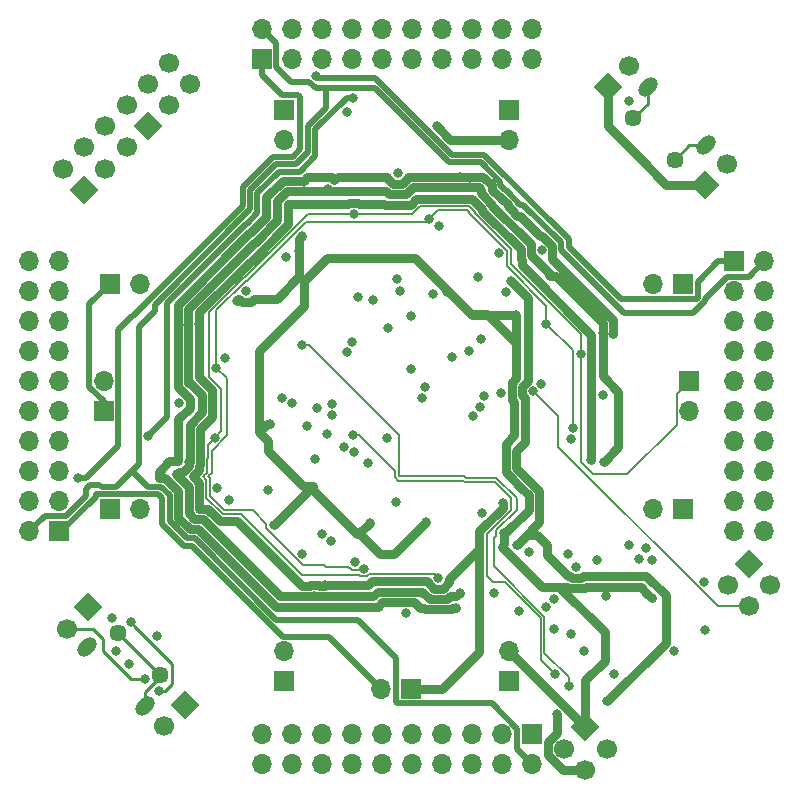
<source format=gbr>
G04 #@! TF.GenerationSoftware,KiCad,Pcbnew,5.99.0-unknown-29c2f3b7d4~131~ubuntu20.04.1*
G04 #@! TF.CreationDate,2021-09-13T23:50:59+03:00*
G04 #@! TF.ProjectId,FreeEEG32-alpha131,46726565-4545-4473-9332-2d616c706861,rev?*
G04 #@! TF.SameCoordinates,Original*
G04 #@! TF.FileFunction,Copper,L2,Inr*
G04 #@! TF.FilePolarity,Positive*
%FSLAX46Y46*%
G04 Gerber Fmt 4.6, Leading zero omitted, Abs format (unit mm)*
G04 Created by KiCad (PCBNEW 5.99.0-unknown-29c2f3b7d4~131~ubuntu20.04.1) date 2021-09-13 23:50:59*
%MOMM*%
%LPD*%
G01*
G04 APERTURE LIST*
G04 Aperture macros list*
%AMHorizOval*
0 Thick line with rounded ends*
0 $1 width*
0 $2 $3 position (X,Y) of the first rounded end (center of the circle)*
0 $4 $5 position (X,Y) of the second rounded end (center of the circle)*
0 Add line between two ends*
20,1,$1,$2,$3,$4,$5,0*
0 Add two circle primitives to create the rounded ends*
1,1,$1,$2,$3*
1,1,$1,$4,$5*%
%AMRotRect*
0 Rectangle, with rotation*
0 The origin of the aperture is its center*
0 $1 length*
0 $2 width*
0 $3 Rotation angle, in degrees counterclockwise*
0 Add horizontal line*
21,1,$1,$2,0,0,$3*%
G04 Aperture macros list end*
G04 #@! TA.AperFunction,ComponentPad*
%ADD10RotRect,1.700000X1.700000X45.000000*%
G04 #@! TD*
G04 #@! TA.AperFunction,ComponentPad*
%ADD11HorizOval,1.700000X0.000000X0.000000X0.000000X0.000000X0*%
G04 #@! TD*
G04 #@! TA.AperFunction,ComponentPad*
%ADD12C,1.450000*%
G04 #@! TD*
G04 #@! TA.AperFunction,ComponentPad*
%ADD13HorizOval,1.200000X-0.247487X-0.247487X0.247487X0.247487X0*%
G04 #@! TD*
G04 #@! TA.AperFunction,ComponentPad*
%ADD14HorizOval,1.200000X0.247487X0.247487X-0.247487X-0.247487X0*%
G04 #@! TD*
G04 #@! TA.AperFunction,ComponentPad*
%ADD15RotRect,1.700000X1.700000X225.000000*%
G04 #@! TD*
G04 #@! TA.AperFunction,ComponentPad*
%ADD16HorizOval,1.700000X0.000000X0.000000X0.000000X0.000000X0*%
G04 #@! TD*
G04 #@! TA.AperFunction,ComponentPad*
%ADD17RotRect,1.700000X1.700000X315.000000*%
G04 #@! TD*
G04 #@! TA.AperFunction,ComponentPad*
%ADD18HorizOval,1.700000X0.000000X0.000000X0.000000X0.000000X0*%
G04 #@! TD*
G04 #@! TA.AperFunction,ComponentPad*
%ADD19RotRect,1.700000X1.700000X135.000000*%
G04 #@! TD*
G04 #@! TA.AperFunction,ComponentPad*
%ADD20HorizOval,1.700000X0.000000X0.000000X0.000000X0.000000X0*%
G04 #@! TD*
G04 #@! TA.AperFunction,ComponentPad*
%ADD21R,1.700000X1.700000*%
G04 #@! TD*
G04 #@! TA.AperFunction,ComponentPad*
%ADD22O,1.700000X1.700000*%
G04 #@! TD*
G04 #@! TA.AperFunction,ViaPad*
%ADD23C,0.800000*%
G04 #@! TD*
G04 #@! TA.AperFunction,Conductor*
%ADD24C,0.200000*%
G04 #@! TD*
G04 #@! TA.AperFunction,Conductor*
%ADD25C,0.750000*%
G04 #@! TD*
G04 #@! TA.AperFunction,Conductor*
%ADD26C,0.500000*%
G04 #@! TD*
G04 #@! TA.AperFunction,Conductor*
%ADD27C,0.250000*%
G04 #@! TD*
G04 APERTURE END LIST*
D10*
X17888949Y26143949D03*
D11*
X19685000Y27940000D03*
D12*
X23593623Y20039345D03*
D13*
X26209918Y21241427D03*
D12*
X20058089Y23574879D03*
D14*
X21260171Y26191174D03*
D10*
X26143949Y17888949D03*
D11*
X27940000Y19685000D03*
D15*
X-17888949Y-26143949D03*
D16*
X-19685000Y-27940000D03*
D15*
X-26143949Y-17888949D03*
D16*
X-27940000Y-19685000D03*
D17*
X15983949Y-28048949D03*
D18*
X17780000Y-29845000D03*
X14187898Y-29845000D03*
X15983949Y-31641051D03*
D19*
X-21063949Y22860000D03*
D20*
X-22860000Y24656051D03*
X-19267898Y24656051D03*
X-21063949Y26452102D03*
X-17471847Y26452102D03*
X-19267898Y28248154D03*
D17*
X29845000Y-14187898D03*
D18*
X31641051Y-15983949D03*
X28048949Y-15983949D03*
X29845000Y-17780000D03*
D19*
X-26452102Y17471846D03*
D20*
X-28248153Y19267897D03*
X-24656051Y19267897D03*
X-26452102Y21063948D03*
X-22860000Y21063948D03*
X-24656051Y22860000D03*
D21*
X24257000Y-9525000D03*
D22*
X21717000Y-9525000D03*
D21*
X-24257000Y9525000D03*
D22*
X-21717000Y9525000D03*
D21*
X11430000Y-28575000D03*
D22*
X11430000Y-31115000D03*
X8890000Y-28575000D03*
X8890000Y-31115000D03*
X6350000Y-28575000D03*
X6350000Y-31115000D03*
X3810000Y-28575000D03*
X3810000Y-31115000D03*
X1270000Y-28575000D03*
X1270000Y-31115000D03*
X-1270000Y-28575000D03*
X-1270000Y-31115000D03*
X-3810000Y-28575000D03*
X-3810000Y-31115000D03*
X-6350000Y-28575000D03*
X-6350000Y-31115000D03*
X-8890000Y-28575000D03*
X-8890000Y-31115000D03*
X-11430000Y-28575000D03*
X-11430000Y-31115000D03*
D21*
X-24257000Y-9525000D03*
D22*
X-21717000Y-9525000D03*
D21*
X28575000Y11430000D03*
D22*
X31115000Y11430000D03*
X28575000Y8890000D03*
X31115000Y8890000D03*
X28575000Y6350000D03*
X31115000Y6350000D03*
X28575000Y3810000D03*
X31115000Y3810000D03*
X28575000Y1270000D03*
X31115000Y1270000D03*
X28575000Y-1270000D03*
X31115000Y-1270000D03*
X28575000Y-3810000D03*
X31115000Y-3810000D03*
X28575000Y-6350000D03*
X31115000Y-6350000D03*
X28575000Y-8890000D03*
X31115000Y-8890000D03*
X28575000Y-11430000D03*
X31115000Y-11430000D03*
D21*
X1250000Y-24790000D03*
D22*
X-1290000Y-24790000D03*
D21*
X-28575000Y-11430000D03*
D22*
X-31115000Y-11430000D03*
X-28575000Y-8890000D03*
X-31115000Y-8890000D03*
X-28575000Y-6350000D03*
X-31115000Y-6350000D03*
X-28575000Y-3810000D03*
X-31115000Y-3810000D03*
X-28575000Y-1270000D03*
X-31115000Y-1270000D03*
X-28575000Y1270000D03*
X-31115000Y1270000D03*
X-28575000Y3810000D03*
X-31115000Y3810000D03*
X-28575000Y6350000D03*
X-31115000Y6350000D03*
X-28575000Y8890000D03*
X-31115000Y8890000D03*
X-28575000Y11430000D03*
X-31115000Y11430000D03*
D21*
X9525000Y-24130000D03*
D22*
X9525000Y-21590000D03*
D21*
X-11430000Y28575000D03*
D22*
X-11430000Y31115000D03*
X-8890000Y28575000D03*
X-8890000Y31115000D03*
X-6350000Y28575000D03*
X-6350000Y31115000D03*
X-3810000Y28575000D03*
X-3810000Y31115000D03*
X-1270000Y28575000D03*
X-1270000Y31115000D03*
X1270000Y28575000D03*
X1270000Y31115000D03*
X3810000Y28575000D03*
X3810000Y31115000D03*
X6350000Y28575000D03*
X6350000Y31115000D03*
X8890000Y28575000D03*
X8890000Y31115000D03*
X11430000Y28575000D03*
X11430000Y31115000D03*
D21*
X-9525000Y24257000D03*
D22*
X-9525000Y21717000D03*
D21*
X24257000Y9525000D03*
D22*
X21717000Y9525000D03*
D21*
X-24790000Y-1250000D03*
D22*
X-24790000Y1290000D03*
D21*
X-9525000Y-24130000D03*
D22*
X-9525000Y-21590000D03*
D21*
X24790000Y1250000D03*
D22*
X24790000Y-1290000D03*
D21*
X9525000Y24257000D03*
D22*
X9525000Y21717000D03*
D12*
X-23593623Y-20058089D03*
D13*
X-21260171Y-26209918D03*
D12*
X-20058089Y-23593623D03*
D14*
X-26209918Y-21260171D03*
D23*
X14740000Y-3600000D03*
X-3480000Y-14050000D03*
X-14500000Y3210000D03*
X3550000Y14390000D03*
X12236734Y1054813D03*
X-27000000Y-6920000D03*
X-6836147Y27139401D03*
X2490000Y-10680000D03*
X-2260000Y-10700000D03*
X-7810514Y17356625D03*
X11543040Y438173D03*
X-21033500Y-3327000D03*
X5374990Y18584990D03*
X-6962533Y-16927467D03*
X-17644043Y6046339D03*
X6243489Y17683489D03*
X17550000Y-5560000D03*
X3426187Y22842413D03*
X14974471Y-2703657D03*
X15578931Y3552431D03*
X2770000Y15000000D03*
X-3646956Y15417644D03*
X-15249890Y2428103D03*
X-15411258Y-3501258D03*
X-2749587Y-14620004D03*
X3540000Y-15390000D03*
X-3723185Y25276989D03*
X-4160134Y24049641D03*
X-800000Y-3570000D03*
X80000Y18870000D03*
X-18410000Y-610000D03*
X771234Y-18319796D03*
X17490000Y60000D03*
X5010000Y-17930000D03*
X-18492176Y-5518182D03*
X-5258432Y18302427D03*
X18353550Y5229555D03*
X5380000Y-16640000D03*
X-6044676Y-16025967D03*
X-17568045Y-5584443D03*
X-5827091Y17570967D03*
X17439412Y5380417D03*
X16449505Y-5423500D03*
X-16718500Y6088500D03*
X6439795Y16631254D03*
X13028525Y10135511D03*
X9025500Y-9078127D03*
X-6317712Y-11624138D03*
X-5569306Y-12275638D03*
X9708626Y9725368D03*
X10160000Y-12573000D03*
X17831900Y-25810098D03*
X13600860Y-26940775D03*
X-20312380Y-20286980D03*
X-22638184Y-22693871D03*
X-21331501Y-23959753D03*
X15875000Y-21601770D03*
X6913016Y10100070D03*
X2394132Y778247D03*
X-14158904Y-8820090D03*
X-5471500Y-666633D03*
X2162303Y-118783D03*
X8666709Y12086890D03*
X-5471500Y-1593136D03*
X-10908613Y-7938372D03*
X26153812Y-19752918D03*
X-3691741Y-3302241D03*
X13424651Y-23549736D03*
X10333488Y-18202574D03*
X13335000Y-19685000D03*
X13335000Y-17145000D03*
X12627892Y-17870000D03*
X9081011Y-11619003D03*
X21618291Y-17116709D03*
X17604054Y-22400946D03*
X-13549349Y8078241D03*
X-10401109Y-10909108D03*
X-8255311Y12284154D03*
X10562829Y-7788408D03*
X-7855001Y9760001D03*
X17734003Y-16911597D03*
X-10744218Y-2376500D03*
X4258811Y8850732D03*
X10151640Y6895553D03*
X-7970599Y13586986D03*
X14808200Y-20091400D03*
X-4175070Y3736500D03*
X1179751Y6794508D03*
X-699500Y5779500D03*
X19685000Y25020960D03*
X-3763873Y4566756D03*
X16964358Y-13894724D03*
X19705990Y-12637011D03*
X15198910Y-14456631D03*
X21082000Y-12827000D03*
X4713500Y3290713D03*
X21663511Y-13896489D03*
X20515858Y-13774142D03*
X6093543Y3812457D03*
X14478000Y-13335000D03*
X7120105Y4839019D03*
X14558062Y-24569169D03*
X26035000Y-15748000D03*
X-8015317Y4306678D03*
X-5914343Y-3196874D03*
X-2452984Y-5683986D03*
X-66500Y-8981286D03*
X12689832Y6143640D03*
X8863528Y241500D03*
X-7620000Y-2540000D03*
X-3253266Y8430734D03*
X-2032000Y8128000D03*
X58618Y9921553D03*
X-20134580Y-24960580D03*
X-22506973Y-19136720D03*
X-24056340Y-18811240D03*
X308957Y8899522D03*
X-3639871Y-4765428D03*
X-4450042Y-4315952D03*
X-6926396Y-5287758D03*
X-6724259Y-1025735D03*
X-9660574Y-117439D03*
X-23721882Y-21556174D03*
X9273733Y8785981D03*
X11201400Y-13208000D03*
X8217356Y-16630000D03*
X23495000Y-21590000D03*
X-7969794Y-13343813D03*
X12275724Y12340543D03*
X7257256Y-9921164D03*
X-12737670Y8889919D03*
X-15164435Y-7760251D03*
X3048000Y8636000D03*
X1207500Y2293260D03*
X-9398000Y11811000D03*
X18415000Y-23495000D03*
X-8852676Y-570989D03*
X7393500Y22353D03*
X7079885Y-881712D03*
X6453385Y-1714004D03*
D24*
X24790000Y1250000D02*
X23713489Y173489D01*
X23713489Y-2406511D02*
X19540000Y-6580000D01*
X16600000Y-6580000D02*
X15600972Y-5580972D01*
X23713489Y173489D02*
X23713489Y-2406511D01*
X15600972Y-5580972D02*
X15600972Y3530390D01*
X14930000Y3903472D02*
X14930000Y-2659186D01*
X15600972Y3530390D02*
X15578931Y3552431D01*
X19540000Y-6580000D02*
X16600000Y-6580000D01*
X14930000Y-2659186D02*
X14974471Y-2703657D01*
X12689832Y6143640D02*
X14930000Y3903472D01*
X3540000Y-15390000D02*
X3213763Y-15063763D01*
X-16400104Y-6791263D02*
X-16090023Y-6481182D01*
X3213763Y-15063763D02*
X-2307339Y-15063763D01*
X-3022709Y-15233961D02*
X-3024974Y-15233961D01*
X-16033966Y-6084196D02*
X-16033964Y-6084194D01*
X-16033966Y-6084204D02*
X-16033966Y-6084196D01*
X-3012899Y-15242699D02*
X-3013971Y-15242699D01*
X-15665941Y-4655941D02*
X-15665941Y-6525941D01*
X-14733245Y-9978511D02*
X-16117447Y-8594309D01*
X-16031978Y-6012217D02*
X-16031978Y-5236978D01*
X-13213252Y-9978511D02*
X-14733245Y-9978511D01*
X-16003489Y-4093489D02*
X-15411258Y-3501258D01*
X-3073879Y-15194961D02*
X-3083746Y-15185094D01*
D25*
X3913415Y-16291501D02*
X4441501Y-15763415D01*
D24*
X-7949807Y-14249807D02*
X-6128664Y-14249807D01*
X-3067884Y-15198933D02*
X-3068965Y-15198933D01*
X-16090023Y-6140260D02*
X-16033966Y-6084204D01*
X-3989506Y-14586501D02*
X-3839506Y-14586501D01*
D25*
X4441501Y-15763415D02*
X4441501Y-15499165D01*
X7018489Y-12922177D02*
X7018489Y-11434845D01*
D24*
X-3083746Y-15185094D02*
X-3085878Y-15185094D01*
X-3099541Y-15171431D02*
X-3102965Y-15171431D01*
X-3072937Y-15194961D02*
X-3073879Y-15194961D01*
X-3062967Y-15203850D02*
X-3067884Y-15198933D01*
D25*
X-2418877Y-16025967D02*
X-2058184Y-15665274D01*
D24*
X-16090023Y-6481182D02*
X-16090023Y-6140260D01*
X-6128664Y-14249807D02*
X-5941208Y-14437263D01*
X-14330000Y-3320000D02*
X-15665941Y-4655941D01*
X-3085878Y-15185094D02*
X-3099541Y-15171431D01*
X-16003489Y-5208489D02*
X-16003489Y-4093489D01*
X-3220494Y-14676501D02*
X-2981256Y-14437263D01*
X-16117447Y-7073919D02*
X-16400104Y-6791263D01*
X-3068965Y-15198933D02*
X-3072937Y-15194961D01*
X-8033922Y-15157841D02*
X-13213252Y-9978511D01*
X-3013971Y-15242699D02*
X-3022709Y-15233961D01*
X-3042087Y-15220321D02*
X-3058558Y-15203850D01*
D25*
X-6044676Y-16025967D02*
X-2418877Y-16025967D01*
D24*
X-11027610Y-10816390D02*
X-11027610Y-11172003D01*
X-16031978Y-5236978D02*
X-16003489Y-5208489D01*
X-4138744Y-14437263D02*
X-3989506Y-14586501D01*
X-3116555Y-15157841D02*
X-8033922Y-15157841D01*
D25*
X2540358Y-15665274D02*
X3166585Y-16291501D01*
D24*
X-2932328Y-14437263D02*
X-2749587Y-14620004D01*
X-3102965Y-15171431D02*
X-3116555Y-15157841D01*
X-3038614Y-15220321D02*
X-3042087Y-15220321D01*
X-3058558Y-15203850D02*
X-3062967Y-15203850D01*
X-14330000Y1508213D02*
X-14330000Y-3320000D01*
X-3829506Y-14596501D02*
X-3819506Y-14596501D01*
X-3009093Y-15246505D02*
X-3012899Y-15242699D01*
X-5941208Y-14437263D02*
X-4138744Y-14437263D01*
X-3024974Y-15233961D02*
X-3038614Y-15220321D01*
D25*
X-2058184Y-15665274D02*
X2540358Y-15665274D01*
D24*
X-16033965Y-6014204D02*
X-16031978Y-6012217D01*
X-2981256Y-14437263D02*
X-2932328Y-14437263D01*
X-16117447Y-8594309D02*
X-16117447Y-7073919D01*
X-3739506Y-14676501D02*
X-3220494Y-14676501D01*
X-3839506Y-14586501D02*
X-3829506Y-14596501D01*
X-11027610Y-11172003D02*
X-7949807Y-14249807D01*
X-2307339Y-15063763D02*
X-2490081Y-15246505D01*
X-14598000Y-9652000D02*
X-12192000Y-9652000D01*
X-15790934Y-8459066D02*
X-14598000Y-9652000D01*
X-12192000Y-9652000D02*
X-11027610Y-10816390D01*
X-16033964Y-6084194D02*
X-16033965Y-6014204D01*
X-15790936Y-6938672D02*
X-15790934Y-8459066D01*
D25*
X3166585Y-16291501D02*
X3913415Y-16291501D01*
D24*
X-2490081Y-15246505D02*
X-3009093Y-15246505D01*
X-15934805Y-6794805D02*
X-15790936Y-6938672D01*
X-15665941Y-6525941D02*
X-15934805Y-6794805D01*
X-3819506Y-14596501D02*
X-3739506Y-14676501D01*
D25*
X4441501Y-15499165D02*
X7018489Y-12922177D01*
D24*
X-15249890Y2428103D02*
X-14330000Y1508213D01*
X-7652450Y14791144D02*
X-12679171Y9764423D01*
X-12679171Y9764423D02*
X-12749172Y9764423D01*
X-12814416Y10090934D02*
X-12884416Y10090934D01*
X2770000Y15000000D02*
X2561144Y14791144D01*
X-14860000Y650000D02*
X-14860000Y-2950000D01*
X-15252940Y7260655D02*
X-15252940Y2853955D01*
X-14860000Y-2950000D02*
X-15411258Y-3501258D01*
X-12884416Y10090934D02*
X-15876391Y7098959D01*
X-15876391Y7098959D02*
X-15876391Y1666391D01*
X-15876391Y1666391D02*
X-14860000Y650000D01*
X-15252940Y2853955D02*
X-15249890Y2850905D01*
X-3646956Y15417644D02*
X-7487706Y15417644D01*
X-15249890Y2850905D02*
X-15249890Y2428103D01*
X2561144Y14791144D02*
X-7652450Y14791144D01*
X-12749172Y9764423D02*
X-15252940Y7260655D01*
X-7487706Y15417644D02*
X-12814416Y10090934D01*
X6627446Y15603925D02*
X6627446Y15473915D01*
D26*
X31115000Y11430000D02*
X29801511Y10116511D01*
D24*
X6093574Y15546031D02*
X6093574Y15665054D01*
D25*
X12139205Y13581978D02*
X12309204Y13581978D01*
X816478Y17091988D02*
X-656477Y17091988D01*
X1666052Y16701989D02*
X6369060Y16701989D01*
X8041978Y17849204D02*
X8041978Y17529204D01*
D24*
X9649675Y12451686D02*
X9649675Y11178325D01*
D25*
X16471511Y3934767D02*
X16471511Y5207155D01*
D24*
X1973499Y16083499D02*
X6101543Y16083499D01*
X3516501Y15746501D02*
X2770000Y15000000D01*
X1280000Y15390000D02*
X1973499Y16083499D01*
X5976785Y15746501D02*
X3516501Y15746501D01*
D25*
X18353550Y6487632D02*
X18353550Y5229555D01*
X9961978Y15509204D02*
X10191978Y15279204D01*
X-4104927Y16234589D02*
X-4020371Y16319145D01*
X10497712Y12454315D02*
X7228956Y15723071D01*
D26*
X28002531Y10116511D02*
X26110022Y8224002D01*
D25*
X-3273541Y16319145D02*
X-3188985Y16234589D01*
D24*
X6045044Y15678242D02*
X5976785Y15746501D01*
D25*
X13181978Y11659204D02*
X18353550Y6487632D01*
D24*
X12689832Y6143640D02*
X12689832Y7676412D01*
D25*
X-12428457Y11397557D02*
X-12358456Y11397557D01*
D24*
X9649675Y11178325D02*
X15578931Y5249069D01*
D25*
X1179541Y16215477D02*
X1666052Y16701989D01*
X6369060Y16701989D02*
X6439795Y16631254D01*
D24*
X6093574Y15665054D02*
X6080386Y15678242D01*
D25*
X12309204Y13581978D02*
X13181978Y12709204D01*
X-656477Y17091988D02*
X-921114Y17356625D01*
D24*
X6627446Y15473915D02*
X9649675Y12451686D01*
D25*
X10497712Y11604066D02*
X10497712Y12454315D01*
X-16718500Y7107514D02*
X-12428457Y11397557D01*
X-9179467Y16234589D02*
X-4104927Y16234589D01*
X9961978Y15559204D02*
X9961978Y15509204D01*
D24*
X9323164Y11043080D02*
X9323164Y12316441D01*
X6080386Y15678242D02*
X6045044Y15678242D01*
D25*
X13181978Y12709204D02*
X13181978Y11659204D01*
X-921114Y17356625D02*
X-7810514Y17356625D01*
D24*
X-3646956Y15417644D02*
X-3619312Y15390000D01*
X6193477Y15991565D02*
X6239804Y15991565D01*
X12689832Y7676412D02*
X9323164Y11043080D01*
X6239804Y15991565D02*
X6627446Y15603925D01*
D25*
X10191978Y15279204D02*
X10441979Y15279204D01*
X-4020371Y16319145D02*
X-3273541Y16319145D01*
D26*
X29801511Y10116511D02*
X28002531Y10116511D01*
X19290491Y7053489D02*
X13933489Y12410491D01*
D25*
X10441979Y15279204D02*
X12139205Y13581978D01*
X8105467Y16216143D02*
X7205467Y17116142D01*
D26*
X10473489Y16230491D02*
X9440491Y17263489D01*
D25*
X8889205Y16671978D02*
X8959205Y16671978D01*
X5374990Y18584990D02*
X7306192Y18584990D01*
D26*
X9440491Y17263489D02*
X9430491Y17263489D01*
X9200491Y17423489D02*
X8833489Y17790491D01*
X4470491Y19793489D02*
X-1789509Y26053489D01*
X26110022Y8224002D02*
X26110022Y8038980D01*
D25*
X16480432Y3925846D02*
X16471511Y3934767D01*
D26*
X7160491Y19793489D02*
X4470491Y19793489D01*
X25483511Y8298489D02*
X25395022Y8210000D01*
X13933489Y12410491D02*
X13933489Y13020491D01*
D25*
X-1019539Y16215477D02*
X1179541Y16215477D01*
X6968119Y17683489D02*
X1407979Y17683489D01*
D26*
X8793489Y18160491D02*
X7160491Y19793489D01*
D25*
X13028525Y10312826D02*
X11374223Y11967128D01*
X6477973Y16593076D02*
X6439795Y16631254D01*
X-1038651Y16234589D02*
X-1019539Y16215477D01*
X7165467Y17486141D02*
X6968119Y17683489D01*
X-3188985Y16234589D02*
X-1038651Y16234589D01*
X6488958Y16593076D02*
X6477973Y16593076D01*
D26*
X4730000Y20420000D02*
X-1832657Y26982657D01*
D25*
X7165467Y17166142D02*
X7165467Y17486141D01*
X11374223Y11967128D02*
X11374223Y12857386D01*
D26*
X8793489Y17840491D02*
X8793489Y18160491D01*
D24*
X-3619312Y15390000D02*
X1280000Y15390000D01*
D25*
X-12358456Y11397557D02*
X-9179467Y14576546D01*
D26*
X9270491Y17423489D02*
X9200491Y17423489D01*
D25*
X7228956Y15853080D02*
X6488958Y16593076D01*
X7205467Y17126141D02*
X7165467Y17166142D01*
X9391978Y16239204D02*
X9391978Y16129204D01*
D26*
X26110022Y8038980D02*
X25124531Y7053489D01*
D24*
X6101543Y16083499D02*
X6193477Y15991565D01*
D26*
X27225000Y11430000D02*
X25483511Y9688511D01*
D25*
X7228956Y15723071D02*
X7228956Y15853080D01*
X7205467Y17116142D02*
X7205467Y17126141D01*
X7306192Y18584990D02*
X8041978Y17849204D01*
X13028525Y10135511D02*
X13028525Y10312826D01*
D26*
X9430491Y17263489D02*
X9270491Y17423489D01*
D25*
X8081978Y17479204D02*
X8889205Y16671978D01*
D26*
X25124531Y7053489D02*
X19290491Y7053489D01*
D25*
X-16718500Y6088500D02*
X-16718500Y7107514D01*
D26*
X13933489Y13020491D02*
X10723489Y16230491D01*
D25*
X10592959Y11085707D02*
X10592959Y11508818D01*
D26*
X8833489Y17800491D02*
X8793489Y17840491D01*
D25*
X8959205Y16671978D02*
X9391978Y16239204D01*
D26*
X8833489Y17790491D02*
X8833489Y17800491D01*
X-1789509Y26053489D02*
X-5993489Y26053489D01*
D25*
X8081978Y17489204D02*
X8081978Y17479204D01*
X16449505Y-3211161D02*
X16480432Y-3180234D01*
X11374223Y12857386D02*
X8105467Y16126142D01*
X16480432Y-3180234D02*
X16480432Y3925846D01*
X9391978Y16129204D02*
X9961978Y15559204D01*
X-9179467Y14576546D02*
X-9179467Y16234589D01*
D26*
X10723489Y16230491D02*
X10473489Y16230491D01*
D24*
X15578931Y5249069D02*
X15578931Y3552431D01*
D25*
X10592959Y11508818D02*
X10497712Y11604066D01*
X1407979Y17683489D02*
X816478Y17091988D01*
D24*
X9323164Y12316441D02*
X6093574Y15546031D01*
D26*
X19020000Y8210000D02*
X14560000Y12670000D01*
D25*
X8105467Y16126142D02*
X8105467Y16216143D01*
X8041978Y17529204D02*
X8081978Y17489204D01*
X16449505Y-5423500D02*
X16449505Y-3211161D01*
X16471511Y5207155D02*
X10592959Y11085707D01*
D26*
X-1832657Y26982657D02*
X-6679403Y26982657D01*
X28575000Y11430000D02*
X27225000Y11430000D01*
X25483511Y9688511D02*
X25483511Y8298489D01*
X25395022Y8210000D02*
X19020000Y8210000D01*
X14560000Y12670000D02*
X14560000Y13280000D01*
X14560000Y13280000D02*
X7420000Y20420000D01*
X7420000Y20420000D02*
X4730000Y20420000D01*
X-6679403Y26982657D02*
X-6836147Y27139401D01*
D25*
X10859597Y-3899737D02*
X10138489Y-4620845D01*
X11126641Y8307353D02*
X11126641Y1315385D01*
D24*
X13660000Y-1678787D02*
X11543040Y438173D01*
D25*
X10796585Y985329D02*
X10796585Y966692D01*
D24*
X13660000Y-4260000D02*
X13660000Y-1678787D01*
D25*
X10138489Y-4620845D02*
X10138489Y-6039155D01*
X12052511Y-10680489D02*
X10160000Y-12573000D01*
X9765028Y1174650D02*
X9765028Y-298305D01*
X10642574Y812681D02*
X10642574Y812645D01*
X12052511Y-8003176D02*
X12052511Y-10680489D01*
X10796585Y966692D02*
X10642574Y812681D01*
D24*
X29845000Y-17780000D02*
X27180000Y-17780000D01*
D25*
X10467784Y-7693363D02*
X10562829Y-7788408D01*
D24*
X27180000Y-17780000D02*
X13660000Y-4260000D01*
D25*
X10467784Y-7658024D02*
X10467784Y-7693363D01*
X10138489Y-6039155D02*
X10478489Y-6379154D01*
X9765678Y1175301D02*
X9765028Y1174650D01*
X11126641Y1315385D02*
X10796585Y985329D01*
X10642189Y812238D02*
X10641539Y811588D01*
X9261979Y-6402220D02*
X9601978Y-6742217D01*
X9983086Y-3316674D02*
X9261979Y-4037781D01*
X9766063Y1175743D02*
X9766063Y1175708D01*
X10478489Y-6429155D02*
X12052511Y-8003176D01*
X10641539Y64758D02*
X10859597Y-153300D01*
X9765028Y-298305D02*
X9983086Y-516362D01*
X9601978Y-6742217D02*
X9601978Y-6792218D01*
X9708626Y9725368D02*
X11126641Y8307353D01*
X9261979Y-4037781D02*
X9261979Y-6402220D01*
X10478489Y-6379154D02*
X10478489Y-6429155D01*
X10859597Y-153300D02*
X10859597Y-3899737D01*
X10642189Y812260D02*
X10642189Y812238D01*
X9920074Y1348391D02*
X9920074Y1329755D01*
X10641539Y811588D02*
X10641539Y64758D01*
X10118501Y3514501D02*
X10118501Y1546819D01*
X9765678Y1175322D02*
X9765678Y1175301D01*
X10118501Y1546819D02*
X9920074Y1348391D01*
X9920074Y1329755D02*
X9766063Y1175743D01*
X9766063Y1175708D02*
X9765678Y1175322D01*
X10642574Y812645D02*
X10642189Y812260D01*
X9983086Y-516362D02*
X9983086Y-3316674D01*
X9601978Y-6792218D02*
X10467784Y-7658024D01*
D24*
X8454511Y-11357489D02*
X10160000Y-9652000D01*
X-7400922Y4306678D02*
X-8015317Y4306678D01*
D25*
X-9297005Y17356625D02*
X-10088956Y16564674D01*
X-16635479Y-5835049D02*
X-16635480Y-5765059D01*
D24*
X8454511Y-11819245D02*
X8454511Y-11357489D01*
D25*
X-17508499Y-983415D02*
X-18492176Y-1967092D01*
X-16635477Y-5765056D02*
X-16635477Y-2779540D01*
D24*
X5878890Y-6930511D02*
X5687624Y-6739245D01*
D25*
X-16635477Y-2779540D02*
X-15585477Y-1729539D01*
X-16691534Y-5891104D02*
X-16635479Y-5835049D01*
X-16714164Y-6254659D02*
X-16714164Y-5970136D01*
X-12026633Y12968956D02*
X-12096632Y12968956D01*
X-16718956Y-9190800D02*
X-16718957Y-7323075D01*
D24*
X10160000Y-9652000D02*
X10160000Y-8636000D01*
D25*
X-18545544Y7759618D02*
X-18545544Y810460D01*
X-16714164Y-5970136D02*
X-16691534Y-5947506D01*
D24*
X181489Y-3275733D02*
X-7400922Y4306678D01*
D25*
X-10088956Y16564674D02*
X-10088956Y14906633D01*
X-15585477Y494811D02*
X-16718500Y1627834D01*
X-5258432Y18302427D02*
X-5501472Y18545467D01*
X-18545544Y810460D02*
X-17508499Y-226585D01*
X-18492176Y-1967092D02*
X-18492176Y-5518182D01*
X-15585477Y-1729539D02*
X-15585477Y494811D01*
D24*
X5687624Y-6739245D02*
X181489Y-6739245D01*
D25*
X-10088956Y14906633D02*
X-12026633Y12968956D01*
X-9647306Y18255467D02*
X-11035467Y16867306D01*
X-17620000Y1148012D02*
X-17620000Y6022296D01*
X-16710000Y-9510000D02*
X-16718956Y-9510000D01*
X-17620000Y6022296D02*
X-17644043Y6046339D01*
X-17503522Y-2408012D02*
X-16461988Y-1366477D01*
X-17503523Y1148012D02*
X-17620000Y1148012D01*
X-16718952Y-9190805D02*
X-16718956Y-9190800D01*
D24*
X10160000Y-8636000D02*
X8454511Y-6930511D01*
X14558062Y-24569169D02*
X14558062Y-23797140D01*
D25*
X-16461988Y106478D02*
X-17503523Y1148012D01*
X-16718957Y-7323075D02*
X-17250770Y-6791265D01*
D24*
X12518511Y-21757589D02*
X12518511Y-18660755D01*
X181489Y-6739245D02*
X181489Y-3275733D01*
D25*
X-12459695Y13845467D02*
X-18545544Y7759618D01*
D24*
X8263245Y-12010511D02*
X8454511Y-11819245D01*
D25*
X-7589695Y18545467D02*
X-7879696Y18255467D01*
D24*
X8263245Y-14405489D02*
X8263245Y-12010511D01*
D25*
X-11035467Y16867306D02*
X-11035467Y15199695D01*
X-11035467Y15199695D02*
X-12389696Y13845467D01*
X-16691534Y-5947506D02*
X-16691534Y-5891104D01*
X-16718956Y-9510000D02*
X-16718952Y-9190805D01*
X-17568045Y-5584443D02*
X-17511988Y-5528386D01*
X-12096632Y12968956D02*
X-17644043Y7421545D01*
D24*
X12518511Y-18660755D02*
X8263245Y-14405489D01*
D25*
X-17644043Y7421545D02*
X-17644043Y6046339D01*
X-7810514Y17356625D02*
X-9297005Y17356625D01*
X-16635480Y-5765059D02*
X-16635477Y-5765056D01*
X-5501472Y18545467D02*
X-7589695Y18545467D01*
X-17511988Y-2408012D02*
X-17503522Y-2408012D01*
X-17250770Y-6791265D02*
X-16714164Y-6254659D01*
X-7879696Y18255467D02*
X-9647306Y18255467D01*
X-17508499Y-226585D02*
X-17508499Y-983415D01*
X-17511988Y-5528386D02*
X-17511988Y-2408012D01*
D24*
X14558062Y-23797140D02*
X12518511Y-21757589D01*
D25*
X-16718500Y1627834D02*
X-16718500Y6088500D01*
X-12389696Y13845467D02*
X-12459695Y13845467D01*
D24*
X8454511Y-6930511D02*
X5878890Y-6930511D01*
D25*
X-16461988Y-1366477D02*
X-16461988Y106478D01*
D26*
X-19223489Y-8360491D02*
X-19912002Y-7671978D01*
X-19223489Y-10600491D02*
X-19223489Y-8360491D01*
X-17780491Y-12043489D02*
X-19223489Y-10600491D01*
X-10170491Y-18953489D02*
X-17080491Y-12043489D01*
X-17080491Y-12043489D02*
X-17780491Y-12043489D01*
X-63489Y-22150491D02*
X-3260491Y-18953489D01*
X-63489Y-25929533D02*
X-63489Y-22150491D01*
X23489Y-26016511D02*
X-63489Y-25929533D01*
X8066061Y-26016511D02*
X23489Y-26016511D01*
X10203489Y-28153939D02*
X8066061Y-26016511D01*
X10203489Y-29888489D02*
X10203489Y-28153939D01*
X11430000Y-31115000D02*
X10203489Y-29888489D01*
X-3260491Y-18953489D02*
X-10170491Y-18953489D01*
X-19912002Y-7671978D02*
X-21038022Y-7671978D01*
X-21038022Y-7671978D02*
X-22395000Y-6315000D01*
D25*
X-18459683Y-6419683D02*
X-18118761Y-6419683D01*
X1463212Y-17418296D02*
X-1213210Y-17418295D01*
X1974916Y-17930000D02*
X1463212Y-17418296D01*
X-17590675Y-5891597D02*
X-17590675Y-5607073D01*
X4754062Y-17930000D02*
X4639538Y-18044523D01*
X-9894141Y-16927467D02*
X-16418119Y-10403489D01*
X-10242683Y-17818499D02*
X-16769205Y-11291978D01*
X-16418119Y-10403489D02*
X-17118119Y-10403489D01*
X5010000Y-17930000D02*
X4754062Y-17930000D01*
X-20130000Y-6420000D02*
X-19228182Y-5518182D01*
X-6578649Y-17818499D02*
X-6589118Y-17828968D01*
X-18660804Y-6620804D02*
X-18459683Y-6419683D01*
X-17595467Y-9926141D02*
X-17595467Y-7686140D01*
X-16810000Y-11280000D02*
X-17351182Y-11280000D01*
D26*
X-19850000Y-8620000D02*
X-19850000Y-10860000D01*
D25*
X-19228182Y-5518182D02*
X-18492176Y-5518182D01*
X-17595467Y-7686140D02*
X-18660804Y-6620804D01*
D26*
X-25483511Y-8533511D02*
X-25483511Y-8298489D01*
D25*
X-20130000Y-6920467D02*
X-20130000Y-6420000D01*
X-17351182Y-11280000D02*
X-17369205Y-11261978D01*
D26*
X-19850000Y-10860000D02*
X-18040000Y-12670000D01*
D25*
X2440458Y-18044522D02*
X2325937Y-17930000D01*
X-6589118Y-17828968D02*
X-7335948Y-17828968D01*
X-19600716Y-6920467D02*
X-20130000Y-6920467D01*
X-18471978Y-8049204D02*
X-19600716Y-6920467D01*
D26*
X-5716511Y-20363489D02*
X-1290000Y-24790000D01*
D25*
X-16798022Y-11291978D02*
X-16810000Y-11280000D01*
X-1613415Y-17818499D02*
X-6578649Y-17818499D01*
X-18118761Y-6419683D02*
X-17590675Y-5891597D01*
X2325937Y-17930000D02*
X1974916Y-17930000D01*
X-17118119Y-10403489D02*
X-17595467Y-9926141D01*
X-7346417Y-17818499D02*
X-10242683Y-17818499D01*
X-1213210Y-17418295D02*
X-1613415Y-17818499D01*
X4639538Y-18044523D02*
X2440458Y-18044522D01*
X-18471978Y-10289204D02*
X-18471978Y-8049204D01*
D26*
X-9646511Y-20363489D02*
X-5716511Y-20363489D01*
D25*
X-17499204Y-11261978D02*
X-18471978Y-10289204D01*
D26*
X-17340000Y-12670000D02*
X-9646511Y-20363489D01*
D25*
X-6962533Y-16927467D02*
X-9894141Y-16927467D01*
X-17590675Y-5607073D02*
X-17568045Y-5584443D01*
X-7335948Y-17828968D02*
X-7346417Y-17818499D01*
X-16769205Y-11291978D02*
X-16798022Y-11291978D01*
X-17369205Y-11261978D02*
X-17499204Y-11261978D01*
D26*
X-18040000Y-12670000D02*
X-17340000Y-12670000D01*
X-28575000Y-11430000D02*
X-28380000Y-11430000D01*
X-28380000Y-11430000D02*
X-25483511Y-8533511D01*
X-25483511Y-8298489D02*
X-20171511Y-8298489D01*
X-20171511Y-8298489D02*
X-19850000Y-8620000D01*
D25*
X-14964015Y-10580022D02*
X-14982400Y-10580022D01*
X-16127461Y-9568957D02*
X-15993465Y-9568957D01*
X-16186418Y-9510000D02*
X-16127461Y-9568957D01*
X-14982400Y-10580022D02*
X-16052422Y-9510000D01*
X-15993465Y-9568957D02*
X-14982399Y-10580022D01*
X-14982399Y-10580022D02*
X-14964015Y-10580022D01*
X-16052422Y-9510000D02*
X-16710000Y-9510000D01*
X-16710000Y-9510000D02*
X-16186418Y-9510000D01*
D26*
X-24968022Y-7671978D02*
X-25156511Y-7483489D01*
X-26316511Y-8416511D02*
X-28016511Y-10116511D01*
X-28016511Y-10116511D02*
X-29801511Y-10116511D01*
X-23751978Y-7671978D02*
X-24968022Y-7671978D01*
X-25156511Y-7483489D02*
X-25929509Y-7483489D01*
X-26316511Y-7870491D02*
X-26316511Y-8416511D01*
X-25929509Y-7483489D02*
X-26316511Y-7870491D01*
X-22395000Y-6315000D02*
X-23751978Y-7671978D01*
X-29801511Y-10116511D02*
X-31115000Y-11430000D01*
X-21810000Y-5730000D02*
X-22395000Y-6315000D01*
X-13040000Y16100000D02*
X-22340000Y6800000D01*
X-23563489Y5626511D02*
X-23563489Y-4211449D01*
X-11430000Y28575000D02*
X-11430000Y27225000D01*
X-9725000Y25520000D02*
X-8350000Y25520000D01*
X-10490000Y20260000D02*
X-13040000Y17710000D01*
X-26272040Y-6920000D02*
X-27000000Y-6920000D01*
X-8140000Y20930000D02*
X-8810000Y20260000D01*
X-8350000Y25520000D02*
X-8140000Y25310000D01*
X-8140000Y25310000D02*
X-8140000Y20930000D01*
X-8810000Y20260000D02*
X-10490000Y20260000D01*
X-13040000Y17710000D02*
X-13040000Y16100000D01*
X-23563489Y-4211449D02*
X-26272040Y-6920000D01*
X-11430000Y27225000D02*
X-9725000Y25520000D01*
X-22340000Y6800000D02*
X-22390000Y6800000D01*
X-22390000Y6800000D02*
X-23563489Y5626511D01*
X-21033500Y-3327000D02*
X-19473489Y-1766989D01*
X-26016511Y7765489D02*
X-26016511Y781961D01*
D25*
X-13440821Y8222108D02*
X-13490018Y8172912D01*
D26*
X-20490489Y7199511D02*
X-21810000Y5880000D01*
X-26016511Y781961D02*
X-24790000Y-444550D01*
X-5993489Y24430491D02*
X-7513489Y22910491D01*
X-4209696Y25276989D02*
X-3723185Y25276989D01*
X-12700982Y14596978D02*
X-11786978Y15510982D01*
X-12413489Y15840491D02*
X-20490489Y7763491D01*
X-12413489Y17450491D02*
X-12413489Y15840491D01*
D25*
X-12084893Y8267780D02*
X-12364255Y7988418D01*
D26*
X-10230491Y19633489D02*
X-12413489Y17450491D01*
X-24257000Y9525000D02*
X-26016511Y7765489D01*
D25*
X-13490018Y8137572D02*
X-13549349Y8078241D01*
D26*
X-8190982Y19006978D02*
X-6886978Y20310982D01*
D25*
X-13490018Y8172912D02*
X-13490018Y8137572D01*
D26*
X-7513489Y20670491D02*
X-8550491Y19633489D01*
X-24790000Y-444550D02*
X-24790000Y-1250000D01*
X-5993489Y26053489D02*
X-5993489Y24430491D01*
D25*
X-12364255Y7988418D02*
X-13111085Y7988418D01*
X-8255311Y13337617D02*
X-8255311Y12284154D01*
D26*
X-11786978Y15510982D02*
X-11786978Y17190982D01*
D25*
X-10147220Y8267780D02*
X-12084893Y8267780D01*
D26*
X-7513489Y22910491D02*
X-7513489Y20670491D01*
D25*
X-8005942Y13586986D02*
X-8255311Y13337617D01*
D26*
X-20490489Y7763491D02*
X-20490489Y7199511D01*
D25*
X-13344775Y8222108D02*
X-13440821Y8222108D01*
D26*
X-11786978Y17190982D02*
X-9970982Y19006978D01*
X-8550491Y19633489D02*
X-10230491Y19633489D01*
X-19473489Y-1766989D02*
X-19473489Y7894471D01*
X-12770982Y14596978D02*
X-12700982Y14596978D01*
X-21810000Y5880000D02*
X-21810000Y-5730000D01*
X-6886978Y20310982D02*
X-6886978Y22599707D01*
D25*
X-7970599Y13586986D02*
X-8005942Y13586986D01*
X-8255000Y10160000D02*
X-8255000Y12283843D01*
X-13111085Y7988418D02*
X-13344775Y8222108D01*
X-8255000Y12283843D02*
X-8255311Y12284154D01*
D26*
X-9970982Y19006978D02*
X-8190982Y19006978D01*
X-6886978Y22599707D02*
X-4209696Y25276989D01*
X-19473489Y7894471D02*
X-12770982Y14596978D01*
D25*
X-8255000Y10160000D02*
X-10147220Y8267780D01*
D26*
X-8900000Y26610000D02*
X-10203489Y27913489D01*
X-8900000Y26610000D02*
X-7404883Y26610000D01*
X-7404883Y26610000D02*
X-6848372Y26053489D01*
X-10203489Y27913489D02*
X-10203489Y29888489D01*
X-10203489Y29888489D02*
X-11430000Y31115000D01*
X-5993489Y26053489D02*
X-6848372Y26053489D01*
D25*
X4551600Y21717000D02*
X3426187Y22842413D01*
X13028525Y10135511D02*
X13466098Y10135511D01*
X13466098Y10135511D02*
X17439412Y6162197D01*
X17439412Y6162197D02*
X17439412Y5380417D01*
X9525000Y21717000D02*
X4551600Y21717000D01*
X-220000Y-13390000D02*
X2490000Y-10680000D01*
X-3076000Y-11684000D02*
X-1370000Y-13390000D01*
X-1370000Y-13390000D02*
X-220000Y-13390000D01*
X-3244000Y-11684000D02*
X-3076000Y-11684000D01*
X-3244000Y-11684000D02*
X-2260000Y-10700000D01*
X-3390665Y-11684000D02*
X-3244000Y-11684000D01*
X11176000Y-8401579D02*
X10562829Y-7788408D01*
X11176000Y-9652000D02*
X11176000Y-8401579D01*
X9208997Y-11619003D02*
X11176000Y-9652000D01*
X9081011Y-11619003D02*
X9208997Y-11619003D01*
X4714990Y18584990D02*
X5374990Y18584990D01*
X-7335948Y-16025966D02*
X-6589118Y-16025966D01*
X-8009044Y-16050956D02*
X-7360938Y-16050956D01*
X-13479978Y-10580022D02*
X-8009044Y-16050956D01*
X-1961956Y-16927467D02*
X-6962533Y-16927467D01*
X5380000Y-16640000D02*
X5071978Y-16948022D01*
X4496468Y-16948022D02*
X4276477Y-17168012D01*
X5071978Y-16948022D02*
X4496468Y-16948022D01*
X-6069665Y-16050956D02*
X-6044676Y-16025967D01*
X-14964015Y-10580022D02*
X-13479978Y-10580022D01*
X-1576274Y-16541785D02*
X-1961956Y-16927467D01*
X-6564128Y-16050956D02*
X-6069665Y-16050956D01*
X4276477Y-17168012D02*
X2803522Y-17168012D01*
X2177296Y-16541785D02*
X-1576274Y-16541785D01*
X-6589118Y-16025966D02*
X-6564128Y-16050956D01*
X2803522Y-17168012D02*
X2177296Y-16541785D01*
X-7360938Y-16050956D02*
X-7335948Y-16025966D01*
X4690000Y18560000D02*
X4714990Y18584990D01*
X18770000Y-4340000D02*
X17550000Y-5560000D01*
X18770000Y380000D02*
X18770000Y-4340000D01*
X17439412Y1710588D02*
X18770000Y380000D01*
X17439412Y5380417D02*
X17439412Y1710588D01*
X-5000859Y18560000D02*
X-5258432Y18302427D01*
X453415Y17968499D02*
X-293415Y17968499D01*
X-293415Y17968499D02*
X-821501Y18496585D01*
X-821501Y18496585D02*
X-821501Y18560000D01*
X-821501Y18560000D02*
X-5000859Y18560000D01*
X4690000Y18560000D02*
X981501Y18560000D01*
X981501Y18560000D02*
X981501Y18496585D01*
X981501Y18496585D02*
X453415Y17968499D01*
X9025500Y-9078127D02*
X9025500Y-9427835D01*
X9025500Y-9427835D02*
X7018489Y-11434845D01*
X7018489Y-11434845D02*
X7018489Y-21631511D01*
X7018489Y-21631511D02*
X3860000Y-24790000D01*
X3860000Y-24790000D02*
X1250000Y-24790000D01*
X16000031Y-16169999D02*
X17627600Y-16169999D01*
X14397788Y-16169999D02*
X14462433Y-16234643D01*
X10160000Y-12573000D02*
X11008001Y-11724999D01*
X22769999Y-16825415D02*
X22769999Y-20871999D01*
X21129958Y-15185374D02*
X22769999Y-16825415D01*
X14462433Y-16234643D02*
X15935388Y-16234643D01*
X22769999Y-20871999D02*
X17831900Y-25810098D01*
X14652737Y-15185374D02*
X14825495Y-15358132D01*
X12772374Y-12599372D02*
X12772374Y-13426122D01*
X11008001Y-11724999D02*
X11898001Y-11724999D01*
X15572325Y-15358132D02*
X15745083Y-15185374D01*
X14531626Y-15185374D02*
X14652737Y-15185374D01*
X12772374Y-13426122D02*
X14531626Y-15185374D01*
X15935388Y-16234643D02*
X16000031Y-16169999D01*
X14825495Y-15358132D02*
X15572325Y-15358132D01*
X12313997Y-16169999D02*
X14397788Y-16169999D01*
X11898001Y-11724999D02*
X12772374Y-12599372D01*
X15745083Y-15185374D02*
X21129958Y-15185374D01*
X-7855001Y9760001D02*
X-5885282Y11729720D01*
X-5885282Y11729720D02*
X1565706Y11729720D01*
X1565706Y11729720D02*
X5631713Y7663713D01*
X-11684000Y-3048000D02*
X-11684000Y3814916D01*
X-11684000Y3814916D02*
X-7855001Y7643916D01*
X-7855001Y7643916D02*
X-7855001Y9760001D01*
X12836387Y-29252647D02*
X13600860Y-28488174D01*
X15983949Y-31641051D02*
X14072623Y-31641051D01*
X12836387Y-30404815D02*
X12836387Y-29252647D01*
X14072623Y-31641051D02*
X12836387Y-30404815D01*
X13600860Y-28488174D02*
X13600860Y-26940775D01*
X15983949Y-28048949D02*
X9525000Y-21590000D01*
D24*
X131318Y-7150830D02*
X5637453Y-7150830D01*
X-145022Y-6874490D02*
X131318Y-7150830D01*
X-145022Y-6366490D02*
X-145022Y-6874490D01*
X5637453Y-7150830D02*
X5780112Y-7293489D01*
X5780112Y-7293489D02*
X8309489Y-7293489D01*
X-3209271Y-3302241D02*
X-145022Y-6366490D01*
X12192000Y-18796000D02*
X12192000Y-22317085D01*
X8309489Y-7293489D02*
X9652000Y-8636000D01*
X9652000Y-9652000D02*
X7620000Y-11684000D01*
X8128000Y-15748000D02*
X9144000Y-15748000D01*
X9144000Y-15748000D02*
X12192000Y-18796000D01*
X12192000Y-22317085D02*
X13424651Y-23549736D01*
X7620000Y-15240000D02*
X8128000Y-15748000D01*
X7620000Y-11684000D02*
X7620000Y-15240000D01*
X9652000Y-8636000D02*
X9652000Y-9652000D01*
X-3691741Y-3302241D02*
X-3209271Y-3302241D01*
D25*
X-3390665Y-11684000D02*
X-7112000Y-7962665D01*
X-7112000Y-7962665D02*
X-7112000Y-7620000D01*
D27*
X-27940000Y-19685000D02*
X-25722580Y-19685000D01*
X-25722580Y-19685000D02*
X-24845537Y-20562043D01*
X-22445304Y-23959753D02*
X-24845537Y-21559520D01*
X-24845537Y-20562043D02*
X-24845537Y-21559520D01*
X-21331501Y-23959753D02*
X-22445304Y-23959753D01*
D25*
X8890000Y-12746002D02*
X12313997Y-16169999D01*
X-7962665Y-7620000D02*
X-10922000Y-4660665D01*
X-10922000Y-4660665D02*
X-10922000Y-3810000D01*
X9081011Y-12554991D02*
X9081011Y-11619003D01*
X7655769Y6985000D02*
X7043420Y6985000D01*
X12279381Y-16135383D02*
X13768385Y-16135383D01*
X10118501Y3514501D02*
X10118501Y4522268D01*
X8890000Y-12746002D02*
X9081011Y-12554991D01*
X21218292Y-16716710D02*
X21618291Y-17116709D01*
D27*
X17734003Y-16276402D02*
X17627600Y-16169999D01*
D25*
X15983949Y-24021051D02*
X15983949Y-28048949D01*
X10151640Y6595640D02*
X10151640Y3547640D01*
X9100820Y5539949D02*
X7655769Y6985000D01*
X13768385Y-16135383D02*
X17604054Y-19971052D01*
X6310425Y6985000D02*
X5631713Y7663713D01*
X10118501Y4522268D02*
X10056358Y4584411D01*
D26*
X10151640Y6895553D02*
X10151640Y4679693D01*
D25*
X17604054Y-19971052D02*
X17604054Y-21835261D01*
X-7112000Y-7620000D02*
X-7962665Y-7620000D01*
X17627600Y-16169999D02*
X20671581Y-16169999D01*
X-7855001Y9760001D02*
X-8255000Y10160000D01*
D26*
X10151640Y6895553D02*
X7132867Y6895553D01*
D25*
X6399873Y6895553D02*
X5631713Y7663713D01*
X17604054Y-22400946D02*
X15983949Y-24021051D01*
X-11684000Y-3048000D02*
X-11012500Y-2376500D01*
X-11012500Y-2376500D02*
X-10744218Y-2376500D01*
D26*
X10151640Y4679693D02*
X10056358Y4584411D01*
D25*
X20671581Y-16169999D02*
X21218292Y-16716710D01*
X10151640Y3547640D02*
X10118501Y3514501D01*
D26*
X7132867Y6895553D02*
X7043420Y6985000D01*
D25*
X-10401109Y-10909108D02*
X-10401108Y-10909108D01*
X10151640Y6895553D02*
X10151640Y6595640D01*
X10056358Y4584411D02*
X9100820Y5539949D01*
X10151640Y6895553D02*
X6399873Y6895553D01*
X7043420Y6985000D02*
X6310425Y6985000D01*
X8890000Y-12746002D02*
X12279381Y-16135383D01*
X-10401108Y-10909108D02*
X-7112000Y-7620000D01*
X17604054Y-21835261D02*
X17604054Y-22400946D01*
X-10922000Y-3810000D02*
X-11684000Y-3048000D01*
D27*
X17734003Y-16911597D02*
X17734003Y-16276402D01*
D25*
X22852651Y17888949D02*
X26143949Y17888949D01*
D26*
X24732918Y17780000D02*
X26035000Y17780000D01*
X17780000Y26035000D02*
X17780000Y22961600D01*
D25*
X20345400Y20396200D02*
X22852651Y17888949D01*
D26*
X22961600Y17780000D02*
X24732918Y17780000D01*
D25*
X17888949Y22852651D02*
X17888949Y26143949D01*
X20345400Y20396200D02*
X17888949Y22852651D01*
D26*
X17780000Y22961600D02*
X22961600Y17780000D01*
D27*
X26209918Y21241427D02*
X24795705Y21241427D01*
X21260171Y26191174D02*
X21260171Y24776961D01*
X21260171Y24776961D02*
X20058089Y23574879D01*
X24795705Y21241427D02*
X23593623Y20039345D01*
X-21260171Y-25013169D02*
X-21260171Y-25316432D01*
X-20058089Y-23811087D02*
X-21260171Y-25013169D01*
X-20058089Y-23593623D02*
X-20058089Y-23811087D01*
X-23593623Y-20058089D02*
X-20058089Y-23593623D01*
X-21260171Y-25316432D02*
X-21260171Y-26209918D01*
X-22106974Y-19536719D02*
X-22506973Y-19136720D01*
X-19008088Y-22635605D02*
X-22106974Y-19536719D01*
X-20134580Y-24960580D02*
X-19568895Y-24960580D01*
X-19568895Y-24960580D02*
X-19008088Y-24399773D01*
X-19008088Y-24399773D02*
X-19008088Y-22635605D01*
M02*

</source>
